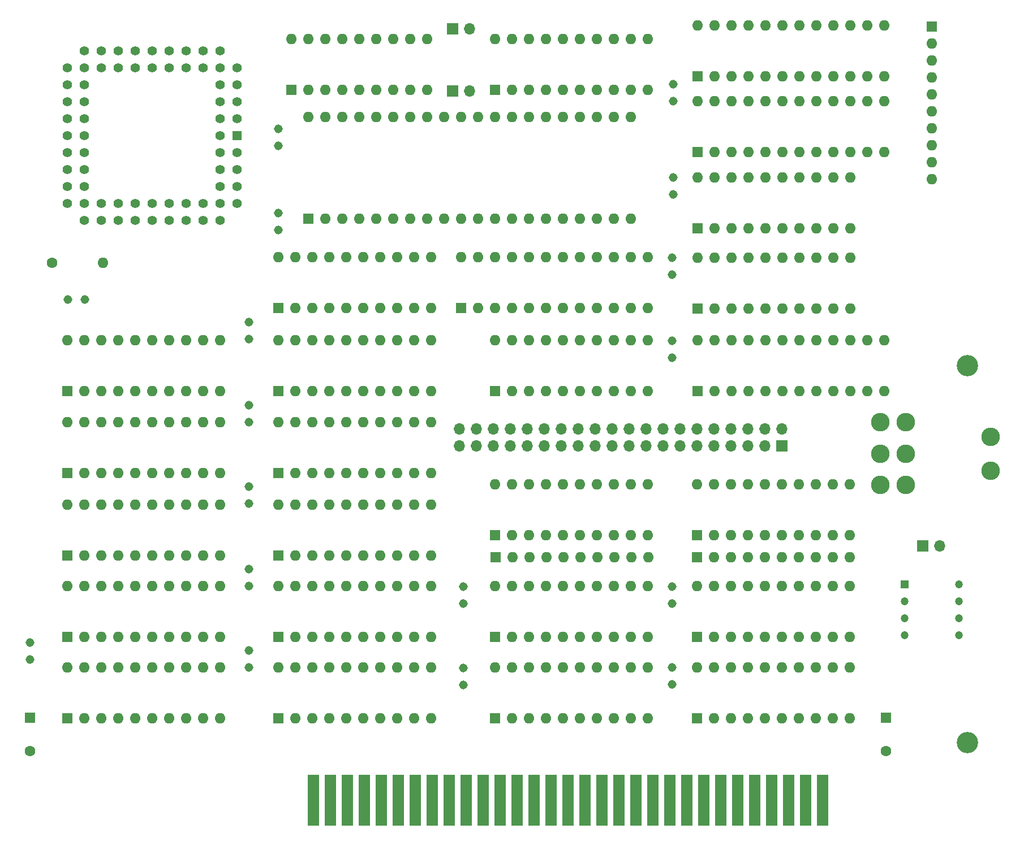
<source format=gbr>
%TF.GenerationSoftware,KiCad,Pcbnew,(5.1.6)-1*%
%TF.CreationDate,2022-09-06T14:02:24-04:00*%
%TF.ProjectId,TinyTurbo286Sch,54696e79-5475-4726-926f-323836536368,rev?*%
%TF.SameCoordinates,Original*%
%TF.FileFunction,Soldermask,Top*%
%TF.FilePolarity,Negative*%
%FSLAX46Y46*%
G04 Gerber Fmt 4.6, Leading zero omitted, Abs format (unit mm)*
G04 Created by KiCad (PCBNEW (5.1.6)-1) date 2022-09-06 14:02:24*
%MOMM*%
%LPD*%
G01*
G04 APERTURE LIST*
%ADD10O,1.600000X1.600000*%
%ADD11R,1.600000X1.600000*%
%ADD12C,3.200000*%
%ADD13R,1.700000X1.700000*%
%ADD14O,1.700000X1.700000*%
%ADD15C,1.316000*%
%ADD16C,1.600000*%
%ADD17R,1.780000X7.620000*%
%ADD18C,2.781000*%
%ADD19R,1.200000X1.200000*%
%ADD20C,1.200000*%
%ADD21C,1.422400*%
%ADD22R,1.422400X1.422400*%
G04 APERTURE END LIST*
D10*
%TO.C,UD4*%
X171831000Y-72390000D03*
X194691000Y-80010000D03*
X174371000Y-72390000D03*
X192151000Y-80010000D03*
X176911000Y-72390000D03*
X189611000Y-80010000D03*
X179451000Y-72390000D03*
X187071000Y-80010000D03*
X181991000Y-72390000D03*
X184531000Y-80010000D03*
X184531000Y-72390000D03*
X181991000Y-80010000D03*
X187071000Y-72390000D03*
X179451000Y-80010000D03*
X189611000Y-72390000D03*
X176911000Y-80010000D03*
X192151000Y-72390000D03*
X174371000Y-80010000D03*
X194691000Y-72390000D03*
D11*
X171831000Y-80010000D03*
%TD*%
D12*
%TO.C,P7*%
X212217000Y-88519000D03*
%TD*%
%TO.C,P6*%
X212217000Y-145034000D03*
%TD*%
D13*
%TO.C,J1*%
X184404000Y-100584000D03*
D14*
X184404000Y-98044000D03*
X181864000Y-100584000D03*
X181864000Y-98044000D03*
X179324000Y-100584000D03*
X179324000Y-98044000D03*
X176784000Y-100584000D03*
X176784000Y-98044000D03*
X174244000Y-100584000D03*
X174244000Y-98044000D03*
X171704000Y-100584000D03*
X171704000Y-98044000D03*
X169164000Y-100584000D03*
X169164000Y-98044000D03*
X166624000Y-100584000D03*
X166624000Y-98044000D03*
X164084000Y-100584000D03*
X164084000Y-98044000D03*
X161544000Y-100584000D03*
X161544000Y-98044000D03*
X159004000Y-100584000D03*
X159004000Y-98044000D03*
X156464000Y-100584000D03*
X156464000Y-98044000D03*
X153924000Y-100584000D03*
X153924000Y-98044000D03*
X151384000Y-100584000D03*
X151384000Y-98044000D03*
X148844000Y-100584000D03*
X148844000Y-98044000D03*
X146304000Y-100584000D03*
X146304000Y-98044000D03*
X143764000Y-100584000D03*
X143764000Y-98044000D03*
X141224000Y-100584000D03*
X141224000Y-98044000D03*
X138684000Y-100584000D03*
X138684000Y-98044000D03*
X136144000Y-100584000D03*
X136144000Y-98044000D03*
%TD*%
D15*
%TO.C,C1*%
X109093000Y-65659000D03*
X109093000Y-68199000D03*
%TD*%
D11*
%TO.C,C2*%
X71882000Y-141304000D03*
D16*
X71882000Y-146304000D03*
%TD*%
%TO.C,C3*%
X200025000Y-146304000D03*
D11*
X200025000Y-141304000D03*
%TD*%
D15*
%TO.C,C4*%
X77597000Y-78613000D03*
X80137000Y-78613000D03*
%TD*%
%TO.C,C5*%
X71882000Y-130048000D03*
X71882000Y-132588000D03*
%TD*%
%TO.C,C6*%
X109093000Y-55626000D03*
X109093000Y-53086000D03*
%TD*%
%TO.C,C7*%
X104648000Y-84582000D03*
X104648000Y-82042000D03*
%TD*%
%TO.C,C8*%
X104648000Y-97028000D03*
X104648000Y-94488000D03*
%TD*%
%TO.C,C9*%
X104648000Y-106680000D03*
X104648000Y-109220000D03*
%TD*%
%TO.C,C10*%
X104648000Y-118999000D03*
X104648000Y-121539000D03*
%TD*%
%TO.C,C11*%
X104648000Y-133731000D03*
X104648000Y-131191000D03*
%TD*%
%TO.C,C12*%
X136779000Y-121666000D03*
X136779000Y-124206000D03*
%TD*%
%TO.C,C13*%
X136779000Y-136398000D03*
X136779000Y-133858000D03*
%TD*%
%TO.C,C14*%
X168148000Y-48895000D03*
X168148000Y-46355000D03*
%TD*%
%TO.C,C15*%
X168148000Y-60325000D03*
X168148000Y-62865000D03*
%TD*%
%TO.C,C16*%
X168021000Y-72390000D03*
X168021000Y-74930000D03*
%TD*%
%TO.C,C17*%
X168021000Y-87376000D03*
X168021000Y-84836000D03*
%TD*%
%TO.C,C18*%
X168021000Y-121666000D03*
X168021000Y-124206000D03*
%TD*%
%TO.C,C19*%
X168021000Y-133731000D03*
X168021000Y-136271000D03*
%TD*%
D17*
%TO.C,J2*%
X190500000Y-153670000D03*
X187960000Y-153670000D03*
X185420000Y-153670000D03*
X182880000Y-153670000D03*
X180340000Y-153670000D03*
X177800000Y-153670000D03*
X175260000Y-153670000D03*
X172720000Y-153670000D03*
X170180000Y-153670000D03*
X167640000Y-153670000D03*
X165100000Y-153670000D03*
X162560000Y-153670000D03*
X160020000Y-153670000D03*
X157480000Y-153670000D03*
X154940000Y-153670000D03*
X152400000Y-153670000D03*
X149860000Y-153670000D03*
X147320000Y-153670000D03*
X144780000Y-153670000D03*
X142240000Y-153670000D03*
X139700000Y-153670000D03*
X137160000Y-153670000D03*
X134620000Y-153670000D03*
X132080000Y-153670000D03*
X129540000Y-153670000D03*
X127000000Y-153670000D03*
X124460000Y-153670000D03*
X121920000Y-153670000D03*
X119380000Y-153670000D03*
X116840000Y-153670000D03*
X114300000Y-153670000D03*
%TD*%
D16*
%TO.C,R1*%
X75184000Y-73152000D03*
D10*
X82804000Y-73152000D03*
%TD*%
D11*
%TO.C,RP1*%
X206883000Y-37719000D03*
D10*
X206883000Y-40259000D03*
X206883000Y-42799000D03*
X206883000Y-45339000D03*
X206883000Y-47879000D03*
X206883000Y-50419000D03*
X206883000Y-52959000D03*
X206883000Y-55499000D03*
X206883000Y-58039000D03*
X206883000Y-60579000D03*
%TD*%
D11*
%TO.C,RP2*%
X141605000Y-117221000D03*
D10*
X144145000Y-117221000D03*
X146685000Y-117221000D03*
X149225000Y-117221000D03*
X151765000Y-117221000D03*
X154305000Y-117221000D03*
X156845000Y-117221000D03*
X159385000Y-117221000D03*
X161925000Y-117221000D03*
X164465000Y-117221000D03*
%TD*%
%TO.C,RP3*%
X194564000Y-117221000D03*
X192024000Y-117221000D03*
X189484000Y-117221000D03*
X186944000Y-117221000D03*
X184404000Y-117221000D03*
X181864000Y-117221000D03*
X179324000Y-117221000D03*
X176784000Y-117221000D03*
X174244000Y-117221000D03*
D11*
X171704000Y-117221000D03*
%TD*%
D18*
%TO.C,SW1*%
X199136000Y-106426000D03*
X199136000Y-101726000D03*
X199136000Y-97026000D03*
X202946000Y-106426000D03*
X202946000Y-101726000D03*
X202946000Y-97026000D03*
X215646000Y-104266000D03*
X215646000Y-99186000D03*
%TD*%
D19*
%TO.C,SW2*%
X202847000Y-121285000D03*
D20*
X202847000Y-123825000D03*
X202847000Y-126365000D03*
X202847000Y-128905000D03*
X210947000Y-128905000D03*
X210947000Y-126365000D03*
X210947000Y-123825000D03*
X210947000Y-121285000D03*
%TD*%
D21*
%TO.C,UA2*%
X100330000Y-54102000D03*
X100330000Y-51562000D03*
X100330000Y-49022000D03*
X100330000Y-46482000D03*
X100330000Y-56642000D03*
X100330000Y-59182000D03*
X100330000Y-61722000D03*
X100330000Y-64262000D03*
D22*
X102870000Y-54102000D03*
D21*
X102870000Y-51562000D03*
X102870000Y-49022000D03*
X102870000Y-46482000D03*
X102870000Y-43942000D03*
X102870000Y-56642000D03*
X102870000Y-59182000D03*
X102870000Y-61722000D03*
X100330000Y-43942000D03*
X97790000Y-43942000D03*
X95250000Y-43942000D03*
X92710000Y-43942000D03*
X90170000Y-43942000D03*
X87630000Y-43942000D03*
X85090000Y-43942000D03*
X82550000Y-43942000D03*
X100330000Y-41402000D03*
X97790000Y-41402000D03*
X95250000Y-41402000D03*
X92710000Y-41402000D03*
X90170000Y-41402000D03*
X87630000Y-41402000D03*
X85090000Y-41402000D03*
X82550000Y-41402000D03*
X80010000Y-41402000D03*
X80010000Y-43942000D03*
X80010000Y-46482000D03*
X80010000Y-49022000D03*
X80010000Y-51562000D03*
X80010000Y-54102000D03*
X80010000Y-56642000D03*
X80010000Y-59182000D03*
X80010000Y-61722000D03*
X80010000Y-66802000D03*
X77470000Y-43942000D03*
X77470000Y-46482000D03*
X77470000Y-49022000D03*
X77470000Y-51562000D03*
X77470000Y-54102000D03*
X77470000Y-56642000D03*
X77470000Y-59182000D03*
X77470000Y-61722000D03*
X77470000Y-64262000D03*
X80010000Y-64262000D03*
X82550000Y-64262000D03*
X85090000Y-64262000D03*
X87630000Y-64262000D03*
X90170000Y-64262000D03*
X92710000Y-64262000D03*
X95250000Y-64262000D03*
X97790000Y-64262000D03*
X102870000Y-64262000D03*
X82550000Y-66802000D03*
X85090000Y-66802000D03*
X87630000Y-66802000D03*
X90170000Y-66802000D03*
X92710000Y-66802000D03*
X95250000Y-66802000D03*
X97790000Y-66802000D03*
X100330000Y-66802000D03*
%TD*%
D11*
%TO.C,UA5*%
X77470000Y-92329000D03*
D10*
X100330000Y-84709000D03*
X80010000Y-92329000D03*
X97790000Y-84709000D03*
X82550000Y-92329000D03*
X95250000Y-84709000D03*
X85090000Y-92329000D03*
X92710000Y-84709000D03*
X87630000Y-92329000D03*
X90170000Y-84709000D03*
X90170000Y-92329000D03*
X87630000Y-84709000D03*
X92710000Y-92329000D03*
X85090000Y-84709000D03*
X95250000Y-92329000D03*
X82550000Y-84709000D03*
X97790000Y-92329000D03*
X80010000Y-84709000D03*
X100330000Y-92329000D03*
X77470000Y-84709000D03*
%TD*%
%TO.C,UA6*%
X77470000Y-97028000D03*
X100330000Y-104648000D03*
X80010000Y-97028000D03*
X97790000Y-104648000D03*
X82550000Y-97028000D03*
X95250000Y-104648000D03*
X85090000Y-97028000D03*
X92710000Y-104648000D03*
X87630000Y-97028000D03*
X90170000Y-104648000D03*
X90170000Y-97028000D03*
X87630000Y-104648000D03*
X92710000Y-97028000D03*
X85090000Y-104648000D03*
X95250000Y-97028000D03*
X82550000Y-104648000D03*
X97790000Y-97028000D03*
X80010000Y-104648000D03*
X100330000Y-97028000D03*
D11*
X77470000Y-104648000D03*
%TD*%
%TO.C,UA7*%
X77470000Y-116967000D03*
D10*
X100330000Y-109347000D03*
X80010000Y-116967000D03*
X97790000Y-109347000D03*
X82550000Y-116967000D03*
X95250000Y-109347000D03*
X85090000Y-116967000D03*
X92710000Y-109347000D03*
X87630000Y-116967000D03*
X90170000Y-109347000D03*
X90170000Y-116967000D03*
X87630000Y-109347000D03*
X92710000Y-116967000D03*
X85090000Y-109347000D03*
X95250000Y-116967000D03*
X82550000Y-109347000D03*
X97790000Y-116967000D03*
X80010000Y-109347000D03*
X100330000Y-116967000D03*
X77470000Y-109347000D03*
%TD*%
%TO.C,UA8*%
X77470000Y-121539000D03*
X100330000Y-129159000D03*
X80010000Y-121539000D03*
X97790000Y-129159000D03*
X82550000Y-121539000D03*
X95250000Y-129159000D03*
X85090000Y-121539000D03*
X92710000Y-129159000D03*
X87630000Y-121539000D03*
X90170000Y-129159000D03*
X90170000Y-121539000D03*
X87630000Y-129159000D03*
X92710000Y-121539000D03*
X85090000Y-129159000D03*
X95250000Y-121539000D03*
X82550000Y-129159000D03*
X97790000Y-121539000D03*
X80010000Y-129159000D03*
X100330000Y-121539000D03*
D11*
X77470000Y-129159000D03*
%TD*%
D10*
%TO.C,UA9*%
X77470000Y-133731000D03*
X100330000Y-141351000D03*
X80010000Y-133731000D03*
X97790000Y-141351000D03*
X82550000Y-133731000D03*
X95250000Y-141351000D03*
X85090000Y-133731000D03*
X92710000Y-141351000D03*
X87630000Y-133731000D03*
X90170000Y-141351000D03*
X90170000Y-133731000D03*
X87630000Y-141351000D03*
X92710000Y-133731000D03*
X85090000Y-141351000D03*
X95250000Y-133731000D03*
X82550000Y-141351000D03*
X97790000Y-133731000D03*
X80010000Y-141351000D03*
X100330000Y-133731000D03*
D11*
X77470000Y-141351000D03*
%TD*%
%TO.C,UB1*%
X110998000Y-47244000D03*
D10*
X131318000Y-39624000D03*
X113538000Y-47244000D03*
X128778000Y-39624000D03*
X116078000Y-47244000D03*
X126238000Y-39624000D03*
X118618000Y-47244000D03*
X123698000Y-39624000D03*
X121158000Y-47244000D03*
X121158000Y-39624000D03*
X123698000Y-47244000D03*
X118618000Y-39624000D03*
X126238000Y-47244000D03*
X116078000Y-39624000D03*
X128778000Y-47244000D03*
X113538000Y-39624000D03*
X131318000Y-47244000D03*
X110998000Y-39624000D03*
%TD*%
D11*
%TO.C,UB2*%
X113538000Y-66548000D03*
D10*
X161798000Y-51308000D03*
X116078000Y-66548000D03*
X159258000Y-51308000D03*
X118618000Y-66548000D03*
X156718000Y-51308000D03*
X121158000Y-66548000D03*
X154178000Y-51308000D03*
X123698000Y-66548000D03*
X151638000Y-51308000D03*
X126238000Y-66548000D03*
X149098000Y-51308000D03*
X128778000Y-66548000D03*
X146558000Y-51308000D03*
X131318000Y-66548000D03*
X144018000Y-51308000D03*
X133858000Y-66548000D03*
X141478000Y-51308000D03*
X136398000Y-66548000D03*
X138938000Y-51308000D03*
X138938000Y-66548000D03*
X136398000Y-51308000D03*
X141478000Y-66548000D03*
X133858000Y-51308000D03*
X144018000Y-66548000D03*
X131318000Y-51308000D03*
X146558000Y-66548000D03*
X128778000Y-51308000D03*
X149098000Y-66548000D03*
X126238000Y-51308000D03*
X151638000Y-66548000D03*
X123698000Y-51308000D03*
X154178000Y-66548000D03*
X121158000Y-51308000D03*
X156718000Y-66548000D03*
X118618000Y-51308000D03*
X159258000Y-66548000D03*
X116078000Y-51308000D03*
X161798000Y-66548000D03*
X113538000Y-51308000D03*
%TD*%
D11*
%TO.C,UB4*%
X109093000Y-79883000D03*
D10*
X131953000Y-72263000D03*
X111633000Y-79883000D03*
X129413000Y-72263000D03*
X114173000Y-79883000D03*
X126873000Y-72263000D03*
X116713000Y-79883000D03*
X124333000Y-72263000D03*
X119253000Y-79883000D03*
X121793000Y-72263000D03*
X121793000Y-79883000D03*
X119253000Y-72263000D03*
X124333000Y-79883000D03*
X116713000Y-72263000D03*
X126873000Y-79883000D03*
X114173000Y-72263000D03*
X129413000Y-79883000D03*
X111633000Y-72263000D03*
X131953000Y-79883000D03*
X109093000Y-72263000D03*
%TD*%
D11*
%TO.C,UB5*%
X109093000Y-92329000D03*
D10*
X131953000Y-84709000D03*
X111633000Y-92329000D03*
X129413000Y-84709000D03*
X114173000Y-92329000D03*
X126873000Y-84709000D03*
X116713000Y-92329000D03*
X124333000Y-84709000D03*
X119253000Y-92329000D03*
X121793000Y-84709000D03*
X121793000Y-92329000D03*
X119253000Y-84709000D03*
X124333000Y-92329000D03*
X116713000Y-84709000D03*
X126873000Y-92329000D03*
X114173000Y-84709000D03*
X129413000Y-92329000D03*
X111633000Y-84709000D03*
X131953000Y-92329000D03*
X109093000Y-84709000D03*
%TD*%
%TO.C,UB6*%
X109093000Y-97028000D03*
X131953000Y-104648000D03*
X111633000Y-97028000D03*
X129413000Y-104648000D03*
X114173000Y-97028000D03*
X126873000Y-104648000D03*
X116713000Y-97028000D03*
X124333000Y-104648000D03*
X119253000Y-97028000D03*
X121793000Y-104648000D03*
X121793000Y-97028000D03*
X119253000Y-104648000D03*
X124333000Y-97028000D03*
X116713000Y-104648000D03*
X126873000Y-97028000D03*
X114173000Y-104648000D03*
X129413000Y-97028000D03*
X111633000Y-104648000D03*
X131953000Y-97028000D03*
D11*
X109093000Y-104648000D03*
%TD*%
%TO.C,UB7*%
X109093000Y-116967000D03*
D10*
X131953000Y-109347000D03*
X111633000Y-116967000D03*
X129413000Y-109347000D03*
X114173000Y-116967000D03*
X126873000Y-109347000D03*
X116713000Y-116967000D03*
X124333000Y-109347000D03*
X119253000Y-116967000D03*
X121793000Y-109347000D03*
X121793000Y-116967000D03*
X119253000Y-109347000D03*
X124333000Y-116967000D03*
X116713000Y-109347000D03*
X126873000Y-116967000D03*
X114173000Y-109347000D03*
X129413000Y-116967000D03*
X111633000Y-109347000D03*
X131953000Y-116967000D03*
X109093000Y-109347000D03*
%TD*%
%TO.C,UB8*%
X109093000Y-121539000D03*
X131953000Y-129159000D03*
X111633000Y-121539000D03*
X129413000Y-129159000D03*
X114173000Y-121539000D03*
X126873000Y-129159000D03*
X116713000Y-121539000D03*
X124333000Y-129159000D03*
X119253000Y-121539000D03*
X121793000Y-129159000D03*
X121793000Y-121539000D03*
X119253000Y-129159000D03*
X124333000Y-121539000D03*
X116713000Y-129159000D03*
X126873000Y-121539000D03*
X114173000Y-129159000D03*
X129413000Y-121539000D03*
X111633000Y-129159000D03*
X131953000Y-121539000D03*
D11*
X109093000Y-129159000D03*
%TD*%
D10*
%TO.C,UB9*%
X109093000Y-133731000D03*
X131953000Y-141351000D03*
X111633000Y-133731000D03*
X129413000Y-141351000D03*
X114173000Y-133731000D03*
X126873000Y-141351000D03*
X116713000Y-133731000D03*
X124333000Y-141351000D03*
X119253000Y-133731000D03*
X121793000Y-141351000D03*
X121793000Y-133731000D03*
X119253000Y-141351000D03*
X124333000Y-133731000D03*
X116713000Y-141351000D03*
X126873000Y-133731000D03*
X114173000Y-141351000D03*
X129413000Y-133731000D03*
X111633000Y-141351000D03*
X131953000Y-133731000D03*
D11*
X109093000Y-141351000D03*
%TD*%
%TO.C,UC1*%
X141478000Y-47244000D03*
D10*
X164338000Y-39624000D03*
X144018000Y-47244000D03*
X161798000Y-39624000D03*
X146558000Y-47244000D03*
X159258000Y-39624000D03*
X149098000Y-47244000D03*
X156718000Y-39624000D03*
X151638000Y-47244000D03*
X154178000Y-39624000D03*
X154178000Y-47244000D03*
X151638000Y-39624000D03*
X156718000Y-47244000D03*
X149098000Y-39624000D03*
X159258000Y-47244000D03*
X146558000Y-39624000D03*
X161798000Y-47244000D03*
X144018000Y-39624000D03*
X164338000Y-47244000D03*
X141478000Y-39624000D03*
%TD*%
D11*
%TO.C,UC4*%
X136398000Y-79883000D03*
D10*
X164338000Y-72263000D03*
X138938000Y-79883000D03*
X161798000Y-72263000D03*
X141478000Y-79883000D03*
X159258000Y-72263000D03*
X144018000Y-79883000D03*
X156718000Y-72263000D03*
X146558000Y-79883000D03*
X154178000Y-72263000D03*
X149098000Y-79883000D03*
X151638000Y-72263000D03*
X151638000Y-79883000D03*
X149098000Y-72263000D03*
X154178000Y-79883000D03*
X146558000Y-72263000D03*
X156718000Y-79883000D03*
X144018000Y-72263000D03*
X159258000Y-79883000D03*
X141478000Y-72263000D03*
X161798000Y-79883000D03*
X138938000Y-72263000D03*
X164338000Y-79883000D03*
X136398000Y-72263000D03*
%TD*%
%TO.C,UC5*%
X141478000Y-84709000D03*
X164338000Y-92329000D03*
X144018000Y-84709000D03*
X161798000Y-92329000D03*
X146558000Y-84709000D03*
X159258000Y-92329000D03*
X149098000Y-84709000D03*
X156718000Y-92329000D03*
X151638000Y-84709000D03*
X154178000Y-92329000D03*
X154178000Y-84709000D03*
X151638000Y-92329000D03*
X156718000Y-84709000D03*
X149098000Y-92329000D03*
X159258000Y-84709000D03*
X146558000Y-92329000D03*
X161798000Y-84709000D03*
X144018000Y-92329000D03*
X164338000Y-84709000D03*
D11*
X141478000Y-92329000D03*
%TD*%
%TO.C,UC7*%
X141478000Y-113919000D03*
D10*
X164338000Y-106299000D03*
X144018000Y-113919000D03*
X161798000Y-106299000D03*
X146558000Y-113919000D03*
X159258000Y-106299000D03*
X149098000Y-113919000D03*
X156718000Y-106299000D03*
X151638000Y-113919000D03*
X154178000Y-106299000D03*
X154178000Y-113919000D03*
X151638000Y-106299000D03*
X156718000Y-113919000D03*
X149098000Y-106299000D03*
X159258000Y-113919000D03*
X146558000Y-106299000D03*
X161798000Y-113919000D03*
X144018000Y-106299000D03*
X164338000Y-113919000D03*
X141478000Y-106299000D03*
%TD*%
%TO.C,UC8*%
X141478000Y-121539000D03*
X164338000Y-129159000D03*
X144018000Y-121539000D03*
X161798000Y-129159000D03*
X146558000Y-121539000D03*
X159258000Y-129159000D03*
X149098000Y-121539000D03*
X156718000Y-129159000D03*
X151638000Y-121539000D03*
X154178000Y-129159000D03*
X154178000Y-121539000D03*
X151638000Y-129159000D03*
X156718000Y-121539000D03*
X149098000Y-129159000D03*
X159258000Y-121539000D03*
X146558000Y-129159000D03*
X161798000Y-121539000D03*
X144018000Y-129159000D03*
X164338000Y-121539000D03*
D11*
X141478000Y-129159000D03*
%TD*%
%TO.C,UC9*%
X141478000Y-141351000D03*
D10*
X164338000Y-133731000D03*
X144018000Y-141351000D03*
X161798000Y-133731000D03*
X146558000Y-141351000D03*
X159258000Y-133731000D03*
X149098000Y-141351000D03*
X156718000Y-133731000D03*
X151638000Y-141351000D03*
X154178000Y-133731000D03*
X154178000Y-141351000D03*
X151638000Y-133731000D03*
X156718000Y-141351000D03*
X149098000Y-133731000D03*
X159258000Y-141351000D03*
X146558000Y-133731000D03*
X161798000Y-141351000D03*
X144018000Y-133731000D03*
X164338000Y-141351000D03*
X141478000Y-133731000D03*
%TD*%
%TO.C,UD1*%
X171831000Y-37592000D03*
X199771000Y-45212000D03*
X174371000Y-37592000D03*
X197231000Y-45212000D03*
X176911000Y-37592000D03*
X194691000Y-45212000D03*
X179451000Y-37592000D03*
X192151000Y-45212000D03*
X181991000Y-37592000D03*
X189611000Y-45212000D03*
X184531000Y-37592000D03*
X187071000Y-45212000D03*
X187071000Y-37592000D03*
X184531000Y-45212000D03*
X189611000Y-37592000D03*
X181991000Y-45212000D03*
X192151000Y-37592000D03*
X179451000Y-45212000D03*
X194691000Y-37592000D03*
X176911000Y-45212000D03*
X197231000Y-37592000D03*
X174371000Y-45212000D03*
X199771000Y-37592000D03*
D11*
X171831000Y-45212000D03*
%TD*%
%TO.C,UD2*%
X171831000Y-56515000D03*
D10*
X199771000Y-48895000D03*
X174371000Y-56515000D03*
X197231000Y-48895000D03*
X176911000Y-56515000D03*
X194691000Y-48895000D03*
X179451000Y-56515000D03*
X192151000Y-48895000D03*
X181991000Y-56515000D03*
X189611000Y-48895000D03*
X184531000Y-56515000D03*
X187071000Y-48895000D03*
X187071000Y-56515000D03*
X184531000Y-48895000D03*
X189611000Y-56515000D03*
X181991000Y-48895000D03*
X192151000Y-56515000D03*
X179451000Y-48895000D03*
X194691000Y-56515000D03*
X176911000Y-48895000D03*
X197231000Y-56515000D03*
X174371000Y-48895000D03*
X199771000Y-56515000D03*
X171831000Y-48895000D03*
%TD*%
D11*
%TO.C,UD3*%
X171831000Y-67945000D03*
D10*
X194691000Y-60325000D03*
X174371000Y-67945000D03*
X192151000Y-60325000D03*
X176911000Y-67945000D03*
X189611000Y-60325000D03*
X179451000Y-67945000D03*
X187071000Y-60325000D03*
X181991000Y-67945000D03*
X184531000Y-60325000D03*
X184531000Y-67945000D03*
X181991000Y-60325000D03*
X187071000Y-67945000D03*
X179451000Y-60325000D03*
X189611000Y-67945000D03*
X176911000Y-60325000D03*
X192151000Y-67945000D03*
X174371000Y-60325000D03*
X194691000Y-67945000D03*
X171831000Y-60325000D03*
%TD*%
%TO.C,UD5*%
X171831000Y-84709000D03*
X199771000Y-92329000D03*
X174371000Y-84709000D03*
X197231000Y-92329000D03*
X176911000Y-84709000D03*
X194691000Y-92329000D03*
X179451000Y-84709000D03*
X192151000Y-92329000D03*
X181991000Y-84709000D03*
X189611000Y-92329000D03*
X184531000Y-84709000D03*
X187071000Y-92329000D03*
X187071000Y-84709000D03*
X184531000Y-92329000D03*
X189611000Y-84709000D03*
X181991000Y-92329000D03*
X192151000Y-84709000D03*
X179451000Y-92329000D03*
X194691000Y-84709000D03*
X176911000Y-92329000D03*
X197231000Y-84709000D03*
X174371000Y-92329000D03*
X199771000Y-84709000D03*
D11*
X171831000Y-92329000D03*
%TD*%
%TO.C,UD7*%
X171704000Y-113919000D03*
D10*
X194564000Y-106299000D03*
X174244000Y-113919000D03*
X192024000Y-106299000D03*
X176784000Y-113919000D03*
X189484000Y-106299000D03*
X179324000Y-113919000D03*
X186944000Y-106299000D03*
X181864000Y-113919000D03*
X184404000Y-106299000D03*
X184404000Y-113919000D03*
X181864000Y-106299000D03*
X186944000Y-113919000D03*
X179324000Y-106299000D03*
X189484000Y-113919000D03*
X176784000Y-106299000D03*
X192024000Y-113919000D03*
X174244000Y-106299000D03*
X194564000Y-113919000D03*
X171704000Y-106299000D03*
%TD*%
%TO.C,UD8*%
X171704000Y-121539000D03*
X194564000Y-129159000D03*
X174244000Y-121539000D03*
X192024000Y-129159000D03*
X176784000Y-121539000D03*
X189484000Y-129159000D03*
X179324000Y-121539000D03*
X186944000Y-129159000D03*
X181864000Y-121539000D03*
X184404000Y-129159000D03*
X184404000Y-121539000D03*
X181864000Y-129159000D03*
X186944000Y-121539000D03*
X179324000Y-129159000D03*
X189484000Y-121539000D03*
X176784000Y-129159000D03*
X192024000Y-121539000D03*
X174244000Y-129159000D03*
X194564000Y-121539000D03*
D11*
X171704000Y-129159000D03*
%TD*%
%TO.C,UD9*%
X171704000Y-141351000D03*
D10*
X194564000Y-133731000D03*
X174244000Y-141351000D03*
X192024000Y-133731000D03*
X176784000Y-141351000D03*
X189484000Y-133731000D03*
X179324000Y-141351000D03*
X186944000Y-133731000D03*
X181864000Y-141351000D03*
X184404000Y-133731000D03*
X184404000Y-141351000D03*
X181864000Y-133731000D03*
X186944000Y-141351000D03*
X179324000Y-133731000D03*
X189484000Y-141351000D03*
X176784000Y-133731000D03*
X192024000Y-141351000D03*
X174244000Y-133731000D03*
X194564000Y-141351000D03*
X171704000Y-133731000D03*
%TD*%
D13*
%TO.C,W1*%
X205486000Y-115570000D03*
D14*
X208026000Y-115570000D03*
%TD*%
%TO.C,W2*%
X137668000Y-38100000D03*
D13*
X135128000Y-38100000D03*
%TD*%
%TO.C,W3*%
X135128000Y-47371000D03*
D14*
X137668000Y-47371000D03*
%TD*%
M02*

</source>
